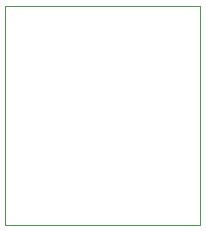
<source format=gbr>
%TF.GenerationSoftware,KiCad,Pcbnew,(6.0.0)*%
%TF.CreationDate,2023-04-21T15:57:25-05:00*%
%TF.ProjectId,SX1262,53583132-3632-42e6-9b69-6361645f7063,rev?*%
%TF.SameCoordinates,Original*%
%TF.FileFunction,Profile,NP*%
%FSLAX46Y46*%
G04 Gerber Fmt 4.6, Leading zero omitted, Abs format (unit mm)*
G04 Created by KiCad (PCBNEW (6.0.0)) date 2023-04-21 15:57:25*
%MOMM*%
%LPD*%
G01*
G04 APERTURE LIST*
%TA.AperFunction,Profile*%
%ADD10C,0.100000*%
%TD*%
G04 APERTURE END LIST*
D10*
X156770000Y-57950000D02*
X156770000Y-76460000D01*
X140270000Y-57950000D02*
X140270000Y-76460000D01*
X140270000Y-57950000D02*
X156770000Y-57950000D01*
X140270000Y-76460000D02*
X156770000Y-76460000D01*
M02*

</source>
